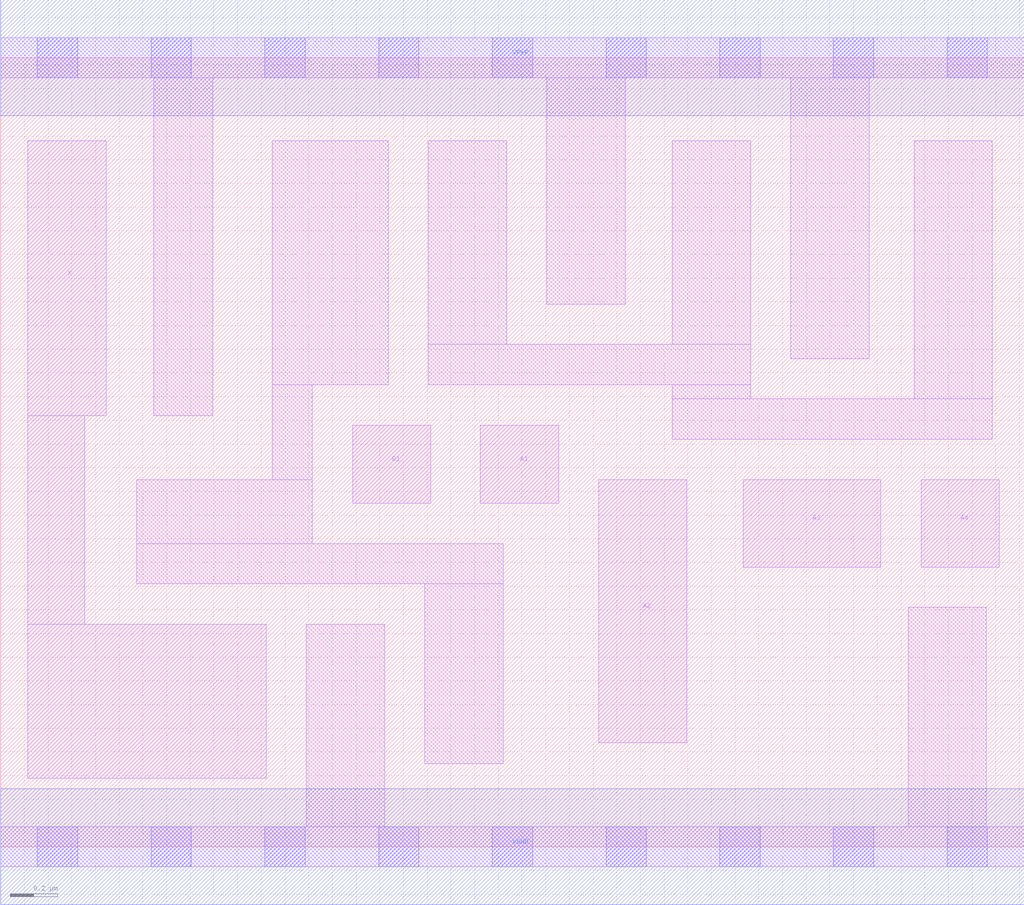
<source format=lef>
# Copyright 2020 The SkyWater PDK Authors
#
# Licensed under the Apache License, Version 2.0 (the "License");
# you may not use this file except in compliance with the License.
# You may obtain a copy of the License at
#
#     https://www.apache.org/licenses/LICENSE-2.0
#
# Unless required by applicable law or agreed to in writing, software
# distributed under the License is distributed on an "AS IS" BASIS,
# WITHOUT WARRANTIES OR CONDITIONS OF ANY KIND, either express or implied.
# See the License for the specific language governing permissions and
# limitations under the License.
#
# SPDX-License-Identifier: Apache-2.0

VERSION 5.7 ;
  NOWIREEXTENSIONATPIN ON ;
  DIVIDERCHAR "/" ;
  BUSBITCHARS "[]" ;
UNITS
  DATABASE MICRONS 200 ;
END UNITS
MACRO sky130_fd_sc_hs__a41o_1
  CLASS CORE ;
  FOREIGN sky130_fd_sc_hs__a41o_1 ;
  ORIGIN  0.000000  0.000000 ;
  SIZE  4.320000 BY  3.330000 ;
  SYMMETRY X Y ;
  SITE unit ;
  PIN A1
    ANTENNAGATEAREA  0.261000 ;
    DIRECTION INPUT ;
    USE SIGNAL ;
    PORT
      LAYER li1 ;
        RECT 2.025000 1.450000 2.355000 1.780000 ;
    END
  END A1
  PIN A2
    ANTENNAGATEAREA  0.261000 ;
    DIRECTION INPUT ;
    USE SIGNAL ;
    PORT
      LAYER li1 ;
        RECT 2.525000 0.440000 2.895000 1.550000 ;
    END
  END A2
  PIN A3
    ANTENNAGATEAREA  0.261000 ;
    DIRECTION INPUT ;
    USE SIGNAL ;
    PORT
      LAYER li1 ;
        RECT 3.135000 1.180000 3.715000 1.550000 ;
    END
  END A3
  PIN A4
    ANTENNAGATEAREA  0.261000 ;
    DIRECTION INPUT ;
    USE SIGNAL ;
    PORT
      LAYER li1 ;
        RECT 3.885000 1.180000 4.215000 1.550000 ;
    END
  END A4
  PIN B1
    ANTENNAGATEAREA  0.261000 ;
    DIRECTION INPUT ;
    USE SIGNAL ;
    PORT
      LAYER li1 ;
        RECT 1.485000 1.450000 1.815000 1.780000 ;
    END
  END B1
  PIN X
    ANTENNADIFFAREA  1.040800 ;
    DIRECTION OUTPUT ;
    USE SIGNAL ;
    PORT
      LAYER li1 ;
        RECT 0.115000 0.290000 1.120000 0.940000 ;
        RECT 0.115000 0.940000 0.355000 1.820000 ;
        RECT 0.115000 1.820000 0.445000 2.980000 ;
    END
  END X
  PIN VGND
    DIRECTION INOUT ;
    USE GROUND ;
    PORT
      LAYER met1 ;
        RECT 0.000000 -0.245000 4.320000 0.245000 ;
    END
  END VGND
  PIN VPWR
    DIRECTION INOUT ;
    USE POWER ;
    PORT
      LAYER met1 ;
        RECT 0.000000 3.085000 4.320000 3.575000 ;
    END
  END VPWR
  OBS
    LAYER li1 ;
      RECT 0.000000 -0.085000 4.320000 0.085000 ;
      RECT 0.000000  3.245000 4.320000 3.415000 ;
      RECT 0.575000  1.110000 2.120000 1.280000 ;
      RECT 0.575000  1.280000 1.315000 1.550000 ;
      RECT 0.645000  1.820000 0.895000 3.245000 ;
      RECT 1.145000  1.550000 1.315000 1.950000 ;
      RECT 1.145000  1.950000 1.635000 2.980000 ;
      RECT 1.290000  0.085000 1.620000 0.940000 ;
      RECT 1.790000  0.350000 2.120000 1.110000 ;
      RECT 1.805000  1.950000 3.165000 2.120000 ;
      RECT 1.805000  2.120000 2.135000 2.980000 ;
      RECT 2.305000  2.290000 2.635000 3.245000 ;
      RECT 2.835000  1.720000 4.185000 1.890000 ;
      RECT 2.835000  1.890000 3.165000 1.950000 ;
      RECT 2.835000  2.120000 3.165000 2.980000 ;
      RECT 3.335000  2.060000 3.665000 3.245000 ;
      RECT 3.830000  0.085000 4.160000 1.010000 ;
      RECT 3.855000  1.890000 4.185000 2.980000 ;
    LAYER mcon ;
      RECT 0.155000 -0.085000 0.325000 0.085000 ;
      RECT 0.155000  3.245000 0.325000 3.415000 ;
      RECT 0.635000 -0.085000 0.805000 0.085000 ;
      RECT 0.635000  3.245000 0.805000 3.415000 ;
      RECT 1.115000 -0.085000 1.285000 0.085000 ;
      RECT 1.115000  3.245000 1.285000 3.415000 ;
      RECT 1.595000 -0.085000 1.765000 0.085000 ;
      RECT 1.595000  3.245000 1.765000 3.415000 ;
      RECT 2.075000 -0.085000 2.245000 0.085000 ;
      RECT 2.075000  3.245000 2.245000 3.415000 ;
      RECT 2.555000 -0.085000 2.725000 0.085000 ;
      RECT 2.555000  3.245000 2.725000 3.415000 ;
      RECT 3.035000 -0.085000 3.205000 0.085000 ;
      RECT 3.035000  3.245000 3.205000 3.415000 ;
      RECT 3.515000 -0.085000 3.685000 0.085000 ;
      RECT 3.515000  3.245000 3.685000 3.415000 ;
      RECT 3.995000 -0.085000 4.165000 0.085000 ;
      RECT 3.995000  3.245000 4.165000 3.415000 ;
  END
END sky130_fd_sc_hs__a41o_1
END LIBRARY

</source>
